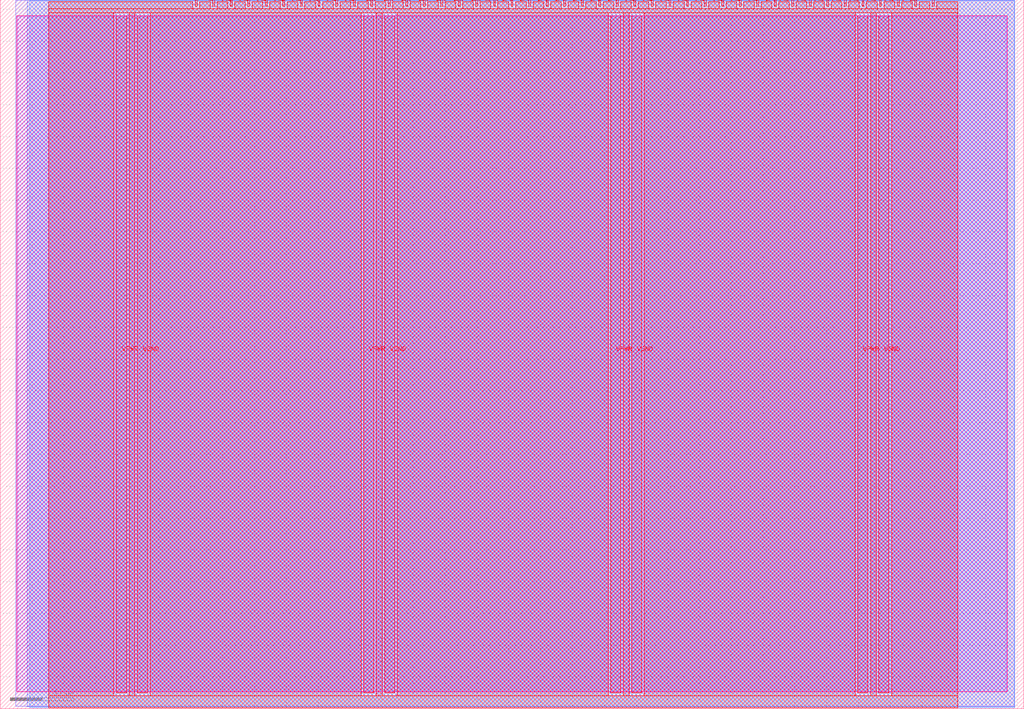
<source format=lef>
VERSION 5.7 ;
  NOWIREEXTENSIONATPIN ON ;
  DIVIDERCHAR "/" ;
  BUSBITCHARS "[]" ;
MACRO tt_um_toivoh_delta_sigma
  CLASS BLOCK ;
  FOREIGN tt_um_toivoh_delta_sigma ;
  ORIGIN 0.000 0.000 ;
  SIZE 161.000 BY 111.520 ;
  PIN VGND
    DIRECTION INOUT ;
    USE GROUND ;
    PORT
      LAYER met4 ;
        RECT 21.580 2.480 23.180 109.040 ;
    END
    PORT
      LAYER met4 ;
        RECT 60.450 2.480 62.050 109.040 ;
    END
    PORT
      LAYER met4 ;
        RECT 99.320 2.480 100.920 109.040 ;
    END
    PORT
      LAYER met4 ;
        RECT 138.190 2.480 139.790 109.040 ;
    END
  END VGND
  PIN VPWR
    DIRECTION INOUT ;
    USE POWER ;
    PORT
      LAYER met4 ;
        RECT 18.280 2.480 19.880 109.040 ;
    END
    PORT
      LAYER met4 ;
        RECT 57.150 2.480 58.750 109.040 ;
    END
    PORT
      LAYER met4 ;
        RECT 96.020 2.480 97.620 109.040 ;
    END
    PORT
      LAYER met4 ;
        RECT 134.890 2.480 136.490 109.040 ;
    END
  END VPWR
  PIN clk
    DIRECTION INPUT ;
    USE SIGNAL ;
    ANTENNAGATEAREA 0.852000 ;
    PORT
      LAYER met4 ;
        RECT 143.830 110.520 144.130 111.520 ;
    END
  END clk
  PIN ena
    DIRECTION INPUT ;
    USE SIGNAL ;
    PORT
      LAYER met4 ;
        RECT 146.590 110.520 146.890 111.520 ;
    END
  END ena
  PIN rst_n
    DIRECTION INPUT ;
    USE SIGNAL ;
    ANTENNAGATEAREA 0.631200 ;
    ANTENNADIFFAREA 0.434700 ;
    PORT
      LAYER met4 ;
        RECT 141.070 110.520 141.370 111.520 ;
    END
  END rst_n
  PIN ui_in[0]
    DIRECTION INPUT ;
    USE SIGNAL ;
    ANTENNAGATEAREA 0.196500 ;
    PORT
      LAYER met4 ;
        RECT 138.310 110.520 138.610 111.520 ;
    END
  END ui_in[0]
  PIN ui_in[1]
    DIRECTION INPUT ;
    USE SIGNAL ;
    ANTENNAGATEAREA 0.631200 ;
    ANTENNADIFFAREA 0.434700 ;
    PORT
      LAYER met4 ;
        RECT 135.550 110.520 135.850 111.520 ;
    END
  END ui_in[1]
  PIN ui_in[2]
    DIRECTION INPUT ;
    USE SIGNAL ;
    ANTENNAGATEAREA 0.196500 ;
    PORT
      LAYER met4 ;
        RECT 132.790 110.520 133.090 111.520 ;
    END
  END ui_in[2]
  PIN ui_in[3]
    DIRECTION INPUT ;
    USE SIGNAL ;
    ANTENNAGATEAREA 0.631200 ;
    ANTENNADIFFAREA 0.434700 ;
    PORT
      LAYER met4 ;
        RECT 130.030 110.520 130.330 111.520 ;
    END
  END ui_in[3]
  PIN ui_in[4]
    DIRECTION INPUT ;
    USE SIGNAL ;
    ANTENNAGATEAREA 0.631200 ;
    ANTENNADIFFAREA 0.434700 ;
    PORT
      LAYER met4 ;
        RECT 127.270 110.520 127.570 111.520 ;
    END
  END ui_in[4]
  PIN ui_in[5]
    DIRECTION INPUT ;
    USE SIGNAL ;
    ANTENNAGATEAREA 0.631200 ;
    ANTENNADIFFAREA 0.434700 ;
    PORT
      LAYER met4 ;
        RECT 124.510 110.520 124.810 111.520 ;
    END
  END ui_in[5]
  PIN ui_in[6]
    DIRECTION INPUT ;
    USE SIGNAL ;
    ANTENNAGATEAREA 0.631200 ;
    ANTENNADIFFAREA 0.434700 ;
    PORT
      LAYER met4 ;
        RECT 121.750 110.520 122.050 111.520 ;
    END
  END ui_in[6]
  PIN ui_in[7]
    DIRECTION INPUT ;
    USE SIGNAL ;
    ANTENNAGATEAREA 0.631200 ;
    ANTENNADIFFAREA 0.434700 ;
    PORT
      LAYER met4 ;
        RECT 118.990 110.520 119.290 111.520 ;
    END
  END ui_in[7]
  PIN uio_in[0]
    DIRECTION INPUT ;
    USE SIGNAL ;
    PORT
      LAYER met4 ;
        RECT 116.230 110.520 116.530 111.520 ;
    END
  END uio_in[0]
  PIN uio_in[1]
    DIRECTION INPUT ;
    USE SIGNAL ;
    ANTENNAGATEAREA 0.631200 ;
    ANTENNADIFFAREA 0.434700 ;
    PORT
      LAYER met4 ;
        RECT 113.470 110.520 113.770 111.520 ;
    END
  END uio_in[1]
  PIN uio_in[2]
    DIRECTION INPUT ;
    USE SIGNAL ;
    ANTENNAGATEAREA 0.631200 ;
    ANTENNADIFFAREA 0.434700 ;
    PORT
      LAYER met4 ;
        RECT 110.710 110.520 111.010 111.520 ;
    END
  END uio_in[2]
  PIN uio_in[3]
    DIRECTION INPUT ;
    USE SIGNAL ;
    ANTENNAGATEAREA 0.196500 ;
    PORT
      LAYER met4 ;
        RECT 107.950 110.520 108.250 111.520 ;
    END
  END uio_in[3]
  PIN uio_in[4]
    DIRECTION INPUT ;
    USE SIGNAL ;
    ANTENNAGATEAREA 0.196500 ;
    PORT
      LAYER met4 ;
        RECT 105.190 110.520 105.490 111.520 ;
    END
  END uio_in[4]
  PIN uio_in[5]
    DIRECTION INPUT ;
    USE SIGNAL ;
    ANTENNAGATEAREA 0.159000 ;
    PORT
      LAYER met4 ;
        RECT 102.430 110.520 102.730 111.520 ;
    END
  END uio_in[5]
  PIN uio_in[6]
    DIRECTION INPUT ;
    USE SIGNAL ;
    PORT
      LAYER met4 ;
        RECT 99.670 110.520 99.970 111.520 ;
    END
  END uio_in[6]
  PIN uio_in[7]
    DIRECTION INPUT ;
    USE SIGNAL ;
    PORT
      LAYER met4 ;
        RECT 96.910 110.520 97.210 111.520 ;
    END
  END uio_in[7]
  PIN uio_oe[0]
    DIRECTION OUTPUT ;
    USE SIGNAL ;
    PORT
      LAYER met4 ;
        RECT 49.990 110.520 50.290 111.520 ;
    END
  END uio_oe[0]
  PIN uio_oe[1]
    DIRECTION OUTPUT ;
    USE SIGNAL ;
    PORT
      LAYER met4 ;
        RECT 47.230 110.520 47.530 111.520 ;
    END
  END uio_oe[1]
  PIN uio_oe[2]
    DIRECTION OUTPUT ;
    USE SIGNAL ;
    PORT
      LAYER met4 ;
        RECT 44.470 110.520 44.770 111.520 ;
    END
  END uio_oe[2]
  PIN uio_oe[3]
    DIRECTION OUTPUT ;
    USE SIGNAL ;
    PORT
      LAYER met4 ;
        RECT 41.710 110.520 42.010 111.520 ;
    END
  END uio_oe[3]
  PIN uio_oe[4]
    DIRECTION OUTPUT ;
    USE SIGNAL ;
    PORT
      LAYER met4 ;
        RECT 38.950 110.520 39.250 111.520 ;
    END
  END uio_oe[4]
  PIN uio_oe[5]
    DIRECTION OUTPUT ;
    USE SIGNAL ;
    PORT
      LAYER met4 ;
        RECT 36.190 110.520 36.490 111.520 ;
    END
  END uio_oe[5]
  PIN uio_oe[6]
    DIRECTION OUTPUT ;
    USE SIGNAL ;
    PORT
      LAYER met4 ;
        RECT 33.430 110.520 33.730 111.520 ;
    END
  END uio_oe[6]
  PIN uio_oe[7]
    DIRECTION OUTPUT ;
    USE SIGNAL ;
    PORT
      LAYER met4 ;
        RECT 30.670 110.520 30.970 111.520 ;
    END
  END uio_oe[7]
  PIN uio_out[0]
    DIRECTION OUTPUT ;
    USE SIGNAL ;
    ANTENNADIFFAREA 0.795200 ;
    PORT
      LAYER met4 ;
        RECT 72.070 110.520 72.370 111.520 ;
    END
  END uio_out[0]
  PIN uio_out[1]
    DIRECTION OUTPUT ;
    USE SIGNAL ;
    PORT
      LAYER met4 ;
        RECT 69.310 110.520 69.610 111.520 ;
    END
  END uio_out[1]
  PIN uio_out[2]
    DIRECTION OUTPUT ;
    USE SIGNAL ;
    PORT
      LAYER met4 ;
        RECT 66.550 110.520 66.850 111.520 ;
    END
  END uio_out[2]
  PIN uio_out[3]
    DIRECTION OUTPUT ;
    USE SIGNAL ;
    PORT
      LAYER met4 ;
        RECT 63.790 110.520 64.090 111.520 ;
    END
  END uio_out[3]
  PIN uio_out[4]
    DIRECTION OUTPUT ;
    USE SIGNAL ;
    PORT
      LAYER met4 ;
        RECT 61.030 110.520 61.330 111.520 ;
    END
  END uio_out[4]
  PIN uio_out[5]
    DIRECTION OUTPUT ;
    USE SIGNAL ;
    PORT
      LAYER met4 ;
        RECT 58.270 110.520 58.570 111.520 ;
    END
  END uio_out[5]
  PIN uio_out[6]
    DIRECTION OUTPUT ;
    USE SIGNAL ;
    ANTENNADIFFAREA 0.445500 ;
    PORT
      LAYER met4 ;
        RECT 55.510 110.520 55.810 111.520 ;
    END
  END uio_out[6]
  PIN uio_out[7]
    DIRECTION OUTPUT ;
    USE SIGNAL ;
    ANTENNADIFFAREA 0.445500 ;
    PORT
      LAYER met4 ;
        RECT 52.750 110.520 53.050 111.520 ;
    END
  END uio_out[7]
  PIN uo_out[0]
    DIRECTION OUTPUT ;
    USE SIGNAL ;
    ANTENNAGATEAREA 0.373500 ;
    ANTENNADIFFAREA 0.891000 ;
    PORT
      LAYER met4 ;
        RECT 94.150 110.520 94.450 111.520 ;
    END
  END uo_out[0]
  PIN uo_out[1]
    DIRECTION OUTPUT ;
    USE SIGNAL ;
    ANTENNAGATEAREA 0.621000 ;
    ANTENNADIFFAREA 0.891000 ;
    PORT
      LAYER met4 ;
        RECT 91.390 110.520 91.690 111.520 ;
    END
  END uo_out[1]
  PIN uo_out[2]
    DIRECTION OUTPUT ;
    USE SIGNAL ;
    ANTENNAGATEAREA 0.621000 ;
    ANTENNADIFFAREA 0.891000 ;
    PORT
      LAYER met4 ;
        RECT 88.630 110.520 88.930 111.520 ;
    END
  END uo_out[2]
  PIN uo_out[3]
    DIRECTION OUTPUT ;
    USE SIGNAL ;
    ANTENNAGATEAREA 0.621000 ;
    ANTENNADIFFAREA 0.891000 ;
    PORT
      LAYER met4 ;
        RECT 85.870 110.520 86.170 111.520 ;
    END
  END uo_out[3]
  PIN uo_out[4]
    DIRECTION OUTPUT ;
    USE SIGNAL ;
    ANTENNAGATEAREA 0.621000 ;
    ANTENNADIFFAREA 0.891000 ;
    PORT
      LAYER met4 ;
        RECT 83.110 110.520 83.410 111.520 ;
    END
  END uo_out[4]
  PIN uo_out[5]
    DIRECTION OUTPUT ;
    USE SIGNAL ;
    ANTENNAGATEAREA 0.621000 ;
    ANTENNADIFFAREA 0.891000 ;
    PORT
      LAYER met4 ;
        RECT 80.350 110.520 80.650 111.520 ;
    END
  END uo_out[5]
  PIN uo_out[6]
    DIRECTION OUTPUT ;
    USE SIGNAL ;
    ANTENNAGATEAREA 0.868500 ;
    ANTENNADIFFAREA 0.891000 ;
    PORT
      LAYER met4 ;
        RECT 77.590 110.520 77.890 111.520 ;
    END
  END uo_out[6]
  PIN uo_out[7]
    DIRECTION OUTPUT ;
    USE SIGNAL ;
    ANTENNAGATEAREA 0.621000 ;
    ANTENNADIFFAREA 0.891000 ;
    PORT
      LAYER met4 ;
        RECT 74.830 110.520 75.130 111.520 ;
    END
  END uo_out[7]
  OBS
      LAYER nwell ;
        RECT 2.570 2.635 158.430 108.990 ;
      LAYER li1 ;
        RECT 2.760 2.635 158.240 108.885 ;
      LAYER met1 ;
        RECT 2.460 0.380 159.550 111.480 ;
      LAYER met2 ;
        RECT 4.240 0.350 159.530 111.510 ;
      LAYER met3 ;
        RECT 4.665 0.180 159.555 111.345 ;
      LAYER met4 ;
        RECT 7.655 110.120 30.270 111.170 ;
        RECT 31.370 110.120 33.030 111.170 ;
        RECT 34.130 110.120 35.790 111.170 ;
        RECT 36.890 110.120 38.550 111.170 ;
        RECT 39.650 110.120 41.310 111.170 ;
        RECT 42.410 110.120 44.070 111.170 ;
        RECT 45.170 110.120 46.830 111.170 ;
        RECT 47.930 110.120 49.590 111.170 ;
        RECT 50.690 110.120 52.350 111.170 ;
        RECT 53.450 110.120 55.110 111.170 ;
        RECT 56.210 110.120 57.870 111.170 ;
        RECT 58.970 110.120 60.630 111.170 ;
        RECT 61.730 110.120 63.390 111.170 ;
        RECT 64.490 110.120 66.150 111.170 ;
        RECT 67.250 110.120 68.910 111.170 ;
        RECT 70.010 110.120 71.670 111.170 ;
        RECT 72.770 110.120 74.430 111.170 ;
        RECT 75.530 110.120 77.190 111.170 ;
        RECT 78.290 110.120 79.950 111.170 ;
        RECT 81.050 110.120 82.710 111.170 ;
        RECT 83.810 110.120 85.470 111.170 ;
        RECT 86.570 110.120 88.230 111.170 ;
        RECT 89.330 110.120 90.990 111.170 ;
        RECT 92.090 110.120 93.750 111.170 ;
        RECT 94.850 110.120 96.510 111.170 ;
        RECT 97.610 110.120 99.270 111.170 ;
        RECT 100.370 110.120 102.030 111.170 ;
        RECT 103.130 110.120 104.790 111.170 ;
        RECT 105.890 110.120 107.550 111.170 ;
        RECT 108.650 110.120 110.310 111.170 ;
        RECT 111.410 110.120 113.070 111.170 ;
        RECT 114.170 110.120 115.830 111.170 ;
        RECT 116.930 110.120 118.590 111.170 ;
        RECT 119.690 110.120 121.350 111.170 ;
        RECT 122.450 110.120 124.110 111.170 ;
        RECT 125.210 110.120 126.870 111.170 ;
        RECT 127.970 110.120 129.630 111.170 ;
        RECT 130.730 110.120 132.390 111.170 ;
        RECT 133.490 110.120 135.150 111.170 ;
        RECT 136.250 110.120 137.910 111.170 ;
        RECT 139.010 110.120 140.670 111.170 ;
        RECT 141.770 110.120 143.430 111.170 ;
        RECT 144.530 110.120 146.190 111.170 ;
        RECT 147.290 110.120 150.585 111.170 ;
        RECT 7.655 109.440 150.585 110.120 ;
        RECT 7.655 2.080 17.880 109.440 ;
        RECT 20.280 2.080 21.180 109.440 ;
        RECT 23.580 2.080 56.750 109.440 ;
        RECT 59.150 2.080 60.050 109.440 ;
        RECT 62.450 2.080 95.620 109.440 ;
        RECT 98.020 2.080 98.920 109.440 ;
        RECT 101.320 2.080 134.490 109.440 ;
        RECT 136.890 2.080 137.790 109.440 ;
        RECT 140.190 2.080 150.585 109.440 ;
        RECT 7.655 0.175 150.585 2.080 ;
  END
END tt_um_toivoh_delta_sigma
END LIBRARY


</source>
